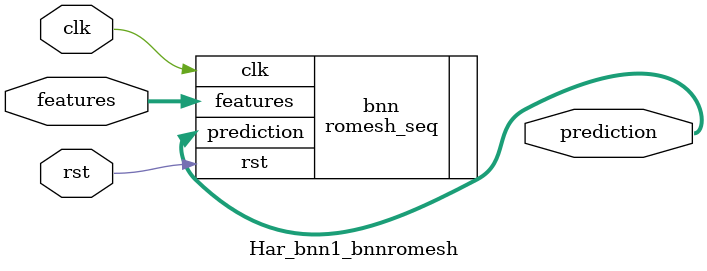
<source format=v>













module Har_bnn1_bnnromesh #(

parameter FEAT_CNT = 12,
parameter HIDDEN_CNT = 40,
parameter FEAT_BITS = 4,
parameter CLASS_CNT = 6,
parameter TEST_CNT = 1000


  ) (
  input clk,
  input rst,
  input [FEAT_CNT*FEAT_BITS-1:0] features,
  output [$clog2(CLASS_CNT)-1:0] prediction
  );

  localparam Weights0 = 480'b010011011001001100101101110001110010101011110010111001110001101001101010010011110101100110000101000100000111110100000001101110101101000110000001100100000001110000111111100111001110011001111010101000111100000011110011111011101000100111100110001101001001000110110111001011101011010111110100111000111100000011000000000100101111000110010101011010001100110101000100110101010101111011111000111000010110111000110001001110000010001100000101000000100100011000001101111001100001101000111001 ;
  localparam Weights1 = 240'b111001111101100000101111100101100010100011010110111111001010010101011010011101001110011111011110001101011100001000101010010101000110011010101101110010110100110101111111011000000011000110001111110000010111001001000101000010011100001111000100 ;

  romesh_seq #(.FEAT_CNT(FEAT_CNT),.FEAT_BITS(FEAT_BITS),.HIDDEN_CNT(HIDDEN_CNT),.CLASS_CNT(CLASS_CNT),.Weights0(Weights0),.Weights1(Weights1)) bnn (
    .clk(clk),
    .rst(rst),
    .features(features),
    .prediction(prediction)
  );

endmodule

</source>
